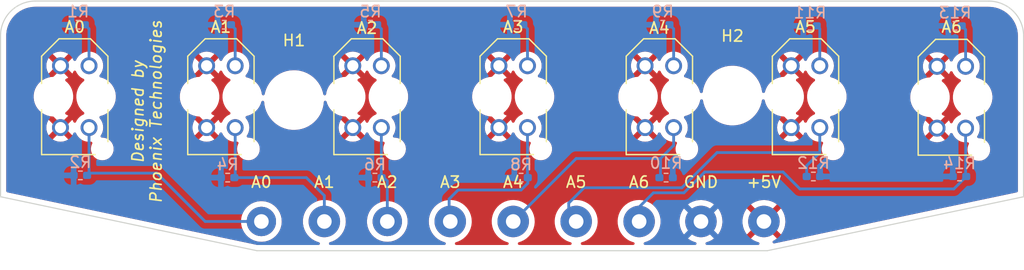
<source format=kicad_pcb>
(kicad_pcb (version 20211014) (generator pcbnew)
  (layers (0 "F.Cu" signal) (31 "B.Cu" signal) (34 "B.Paste" user) (35 "F.Paste" user) (36 "B.SilkS" user "B.Silkscreen") (37 "F.SilkS" user "F.Silkscreen") (38 "B.Mask" user) (39 "F.Mask" user) (44 "Edge.Cuts" user))
  (net 0 "")
  (net 1 "Net-(R1-Pad1)")
  (net 2 "Earth")
  (net 3 "A0")
  (net 4 "Net-(R3-Pad1)")
  (net 5 "A1")
  (net 6 "Net-(R5-Pad1)")
  (net 7 "A2")
  (net 8 "Net-(R7-Pad1)")
  (net 9 "A3")
  (net 10 "Net-(R9-Pad1)")
  (net 11 "A4")
  (net 12 "Net-(R11-Pad1)")
  (net 13 "A5")
  (net 14 "Net-(R13-Pad1)")
  (net 15 "A6")
  (net 16 "+5V")
  (net 17 "Net-(A0-PadCATH)")
  (net 18 "Net-(A1-PadCATH)")
  (net 19 "Net-(A2-PadCATH)")
  (net 20 "Net-(A3-PadCATH)")
  (net 21 "Net-(A4-PadCATH)")
  (net 22 "Net-(A5-PadCATH)")
  (net 23 "Net-(A6-PadCATH)")
  (footprint "MountingHole:MountingHole_4.3mm_M4" (layer "F.Cu") (at 95.1 72.6)
    (fp_text reference "H1" (at 0 -5.3) (layer "F.SilkS"))
    (fp_text value "MountingHole")
    (pad "" np_thru_hole circle (at 0 0) (size 4.3 4.3) (drill 4.3) (layers *.Cu *.Mask))
  )
  (footprint "MountingHole:MountingHole_2.5mm_Pad_TopBottom" (layer "F.Cu") (at 136.9 83.4)
    (fp_text reference "+5V" (at 0 -3.5) (layer "F.SilkS"))
    (fp_text value "MountingHole_Pad")
    (pad "1" thru_hole circle (at 0 0) (size 2.6 2.6) (drill 1.3) (layers *.Cu *.Mask) (net 16 "+5V"))
    (pad "1" connect circle (at 0 0) (size 2.8 2.8) (layers "F.Cu" "F.Mask") (net 16 "+5V"))
    (pad "1" connect circle (at 0 0) (size 2.8 2.8) (layers "B.Cu" "B.Mask") (net 16 "+5V"))
  )
  (footprint "MountingHole:MountingHole_2.5mm_Pad_TopBottom" (layer "F.Cu") (at 120.2 83.4)
    (fp_text reference "A5" (at 0 -3.5) (layer "F.SilkS"))
    (fp_text value "MountingHole_Pad")
    (pad "1" thru_hole circle (at 0 0) (size 2.6 2.6) (drill 1.3) (layers *.Cu *.Mask) (net 13 "A5"))
    (pad "1" connect circle (at 0 0) (size 2.8 2.8) (layers "B.Cu" "B.Mask") (net 13 "A5"))
    (pad "1" connect circle (at 0 0) (size 2.8 2.8) (layers "F.Cu" "F.Mask") (net 13 "A5"))
  )
  (footprint "MountingHole:MountingHole_2.5mm_Pad_TopBottom" (layer "F.Cu") (at 109 83.4)
    (fp_text reference "A3" (at 0 -3.5) (layer "F.SilkS"))
    (fp_text value "MountingHole_Pad")
    (pad "1" connect circle (at 0 0) (size 2.8 2.8) (layers "B.Cu" "B.Mask") (net 9 "A3"))
    (pad "1" thru_hole circle (at 0 0) (size 2.6 2.6) (drill 1.3) (layers *.Cu *.Mask) (net 9 "A3"))
    (pad "1" connect circle (at 0 0) (size 2.8 2.8) (layers "F.Cu" "F.Mask") (net 9 "A3"))
  )
  (footprint "MountingHole:MountingHole_2.5mm_Pad_TopBottom" (layer "F.Cu") (at 114.6 83.4)
    (fp_text reference "A4" (at 0 -3.5) (layer "F.SilkS"))
    (fp_text value "MountingHole_Pad")
    (pad "1" connect circle (at 0 0) (size 2.8 2.8) (layers "B.Cu" "B.Mask") (net 11 "A4"))
    (pad "1" connect circle (at 0 0) (size 2.8 2.8) (layers "F.Cu" "F.Mask") (net 11 "A4"))
    (pad "1" thru_hole circle (at 0 0) (size 2.6 2.6) (drill 1.3) (layers *.Cu *.Mask) (net 11 "A4"))
  )
  (footprint "MountingHole:MountingHole_2.5mm_Pad_TopBottom" (layer "F.Cu") (at 103.4 83.4)
    (fp_text reference "A2" (at 0 -3.5) (layer "F.SilkS"))
    (fp_text value "MountingHole_Pad")
    (pad "1" connect circle (at 0 0) (size 2.6 2.6) (layers "F.Cu" "F.Mask") (net 7 "A2"))
    (pad "1" thru_hole circle (at 0 0) (size 2.6 2.6) (drill 1.3) (layers *.Cu *.Mask) (net 7 "A2"))
    (pad "1" connect circle (at 0 0) (size 2.6 2.6) (layers "B.Cu" "B.Mask") (net 7 "A2"))
  )
  (footprint "TCRT5000:OPTO_TCRT5000" (layer "F.Cu") (at 140.6 72.3 90)
    (fp_text reference "A5" (at 6.2 0 180) (layer "F.SilkS") (effects (font (size 1.004126 1.004126))))
    (fp_text value "TCRT5000")
    (fp_line (start 3.6 -2.95) (end 5.15 -1.4) (layer "F.SilkS") (width 0.127))
    (fp_line (start 3.6 2.95) (end 5.15 1.4) (layer "F.SilkS") (width 0.127))
    (fp_line (start -5.15 1.8) (end -5.15 -2.95) (layer "F.SilkS") (width 0.127))
    (fp_line (start 3.6 -2.95) (end 1.17 -2.95) (layer "F.SilkS") (width 0.127))
    (fp_line (start 5.15 1.4) (end 5.15 -1.4) (layer "F.SilkS") (width 0.127))
    (fp_line (start 1.17 2.95) (end 3.6 2.95) (layer "F.SilkS") (width 0.127))
    (fp_line (start -4 2.95) (end -1.17 2.95) (layer "F.SilkS") (width 0.127))
    (fp_line (start -5.15 -2.95) (end -1.17 -2.95) (layer "F.SilkS") (width 0.127))
    (pad "" np_thru_hole circle (at 0 1.9 90) (size 2.5 2.5) (drill 2.5) (layers *.Cu *.Mask))
    (pad "" np_thru_hole circle (at 0 -1.9 90) (size 2.5 2.5) (drill 2.5) (layers *.Cu *.Mask))
    (pad "" np_thru_hole circle (at -4.65 2.45 90) (size 1 1) (drill 1) (layers *.Cu *.Mask))
    (pad "A" thru_hole circle (at 2.75 -1.27 90) (size 1.5 1.5) (drill 1) (layers *.Cu *.Mask) (net 16 "+5V"))
    (pad "CATH" thru_hole circle (at 2.75 1.27 90) (size 1.5 1.5) (drill 1) (layers *.Cu *.Mask) (net 12 "Net-(R11-Pad1)"))
    (pad "COLL" thru_hole circle (at -2.75 -1.27 90) (size 1.5 1.5) (drill 1) (layers *.Cu *.Mask) (net 16 "+5V"))
    (pad "E" thru_hole circle (at -2.75 1.27 90) (size 1.5 1.5) (drill 1) (layers *.Cu *.Mask) (net 13 "A5"))
  )
  (footprint "MountingHole:MountingHole_4.3mm_M4" (layer "F.Cu") (at 134.1 72.2)
    (fp_text reference "H2" (at 0 -5.3) (layer "F.SilkS"))
    (fp_text value "MountingHole")
    (pad "" np_thru_hole circle (at 0 0) (size 4.3 4.3) (drill 4.3) (layers *.Cu *.Mask))
  )
  (footprint "MountingHole:MountingHole_2.5mm_Pad_TopBottom" (layer "F.Cu") (at 125.8 83.4)
    (fp_text reference "A6" (at 0 -3.5) (layer "F.SilkS"))
    (fp_text value "MountingHole_Pad")
    (pad "1" connect circle (at 0 0) (size 2.8 2.8) (layers "F.Cu" "F.Mask") (net 15 "A6"))
    (pad "1" thru_hole circle (at 0 0) (size 2.6 2.6) (drill 1.3) (layers *.Cu *.Mask) (net 15 "A6"))
    (pad "1" connect circle (at 0 0) (size 2.8 2.8) (layers "B.Cu" "B.Mask") (net 15 "A6"))
  )
  (footprint "MountingHole:MountingHole_2.5mm_Pad_TopBottom" (layer "F.Cu") (at 97.8 83.4)
    (fp_text reference "A1" (at 0 -3.5) (layer "F.SilkS"))
    (fp_text value "MountingHole_Pad")
    (pad "1" connect circle (at 0 0) (size 2.8 2.8) (layers "B.Cu" "B.Mask") (net 5 "A1"))
    (pad "1" connect circle (at 0 0) (size 2.8 2.8) (layers "F.Cu" "F.Mask") (net 5 "A1"))
    (pad "1" thru_hole circle (at 0 0) (size 2.6 2.6) (drill 1.3) (layers *.Cu *.Mask) (net 5 "A1"))
  )
  (footprint "TCRT5000:OPTO_TCRT5000" (layer "F.Cu") (at 101.6 72.3 90)
    (fp_text reference "A2" (at 6.1 0 180) (layer "F.SilkS") (effects (font (size 1.004126 1.004126))))
    (fp_text value "TCRT5000")
    (fp_line (start -5.15 1.8) (end -5.15 -2.95) (layer "F.SilkS") (width 0.127))
    (fp_line (start 3.6 2.95) (end 5.15 1.4) (layer "F.SilkS") (width 0.127))
    (fp_line (start -5.15 -2.95) (end -1.17 -2.95) (layer "F.SilkS") (width 0.127))
    (fp_line (start -4 2.95) (end -1.17 2.95) (layer "F.SilkS") (width 0.127))
    (fp_line (start 1.17 2.95) (end 3.6 2.95) (layer "F.SilkS") (width 0.127))
    (fp_line (start 5.15 1.4) (end 5.15 -1.4) (layer "F.SilkS") (width 0.127))
    (fp_line (start 3.6 -2.95) (end 5.15 -1.4) (layer "F.SilkS") (width 0.127))
    (fp_line (start 3.6 -2.95) (end 1.17 -2.95) (layer "F.SilkS") (width 0.127))
    (pad "" np_thru_hole circle (at 0 -1.9 90) (size 2.5 2.5) (drill 2.5) (layers *.Cu *.Mask))
    (pad "" np_thru_hole circle (at 0 1.9 90) (size 2.5 2.5) (drill 2.5) (layers *.Cu *.Mask))
    (pad "" np_thru_hole circle (at -4.65 2.45 90) (size 1 1) (drill 1) (layers *.Cu *.Mask))
    (pad "A" thru_hole circle (at 2.75 -1.27 90) (size 1.5 1.5) (drill 1) (layers *.Cu *.Mask) (net 16 "+5V"))
    (pad "CATH" thru_hole circle (at 2.75 1.27 90) (size 1.5 1.5) (drill 1) (layers *.Cu *.Mask) (net 6 "Net-(R5-Pad1)"))
    (pad "COLL" thru_hole circle (at -2.75 -1.27 90) (size 1.5 1.5) (drill 1) (layers *.Cu *.Mask) (net 16 "+5V"))
    (pad "E" thru_hole circle (at -2.75 1.27 90) (size 1.5 1.5) (drill 1) (layers *.Cu *.Mask) (net 7 "A2"))
  )
  (footprint "TCRT5000:OPTO_TCRT5000" (layer "F.Cu") (at 75.6 72.3 90)
    (fp_text reference "A0" (at 6.2 0 180) (layer "F.SilkS") (effects (font (size 1.004126 1.004126))))
    (fp_text value "TCRT5000")
    (fp_line (start 1.17 2.95) (end 3.6 2.95) (layer "F.SilkS") (width 0.127))
    (fp_line (start -5.15 -2.95) (end -1.17 -2.95) (layer "F.SilkS") (width 0.127))
    (fp_line (start 5.15 1.4) (end 5.15 -1.4) (layer "F.SilkS") (width 0.127))
    (fp_line (start 3.6 -2.95) (end 1.17 -2.95) (layer "F.SilkS") (width 0.127))
    (fp_line (start -5.15 1.8) (end -5.15 -2.95) (layer "F.SilkS") (width 0.127))
    (fp_line (start -4 2.95) (end -1.17 2.95) (layer "F.SilkS") (width 0.127))
    (fp_line (start 3.6 2.95) (end 5.15 1.4) (layer "F.SilkS") (width 0.127))
    (fp_line (start 3.6 -2.95) (end 5.15 -1.4) (layer "F.SilkS") (width 0.127))
    (pad "" np_thru_hole circle (at -4.65 2.45 90) (size 1 1) (drill 1) (layers *.Cu *.Mask))
    (pad "" np_thru_hole circle (at 0 -1.9 90) (size 2.5 2.5) (drill 2.5) (layers *.Cu *.Mask))
    (pad "" np_thru_hole circle (at 0 1.9 90) (size 2.5 2.5) (drill 2.5) (layers *.Cu *.Mask))
    (pad "A" thru_hole circle (at 2.75 -1.27 90) (size 1.5 1.5) (drill 1) (layers *.Cu *.Mask) (net 16 "+5V"))
    (pad "CATH" thru_hole circle (at 2.75 1.27 90) (size 1.5 1.5) (drill 1) (layers *.Cu *.Mask) (net 1 "Net-(R1-Pad1)"))
    (pad "COLL" thru_hole circle (at -2.75 -1.27 90) (size 1.5 1.5) (drill 1) (layers *.Cu *.Mask) (net 16 "+5V"))
    (pad "E" thru_hole circle (at -2.75 1.27 90) (size 1.5 1.5) (drill 1) (layers *.Cu *.Mask) (net 3 "A0"))
  )
  (footprint "TCRT5000:OPTO_TCRT5000" (layer "F.Cu") (at 153.57 72.35 90)
    (fp_text reference "A6" (at 6.25 0.03 180) (layer "F.SilkS") (effects (font (size 1.004126 1.004126))))
    (fp_text value "TCRT5000")
    (fp_line (start -5.15 1.8) (end -5.15 -2.95) (layer "F.SilkS") (width 0.127))
    (fp_line (start 5.15 1.4) (end 5.15 -1.4) (layer "F.SilkS") (width 0.127))
    (fp_line (start -4 2.95) (end -1.17 2.95) (layer "F.SilkS") (width 0.127))
    (fp_line (start -5.15 -2.95) (end -1.17 -2.95) (layer "F.SilkS") (width 0.127))
    (fp_line (start 3.6 2.95) (end 5.15 1.4) (layer "F.SilkS") (width 0.127))
    (fp_line (start 3.6 -2.95) (end 5.15 -1.4) (layer "F.SilkS") (width 0.127))
    (fp_line (start 3.6 -2.95) (end 1.17 -2.95) (layer "F.SilkS") (width 0.127))
    (fp_line (start 1.17 2.95) (end 3.6 2.95) (layer "F.SilkS") (width 0.127))
    (pad "" np_thru_hole circle (at 0 -1.9 90) (size 2.5 2.5) (drill 2.5) (layers *.Cu *.Mask))
    (pad "" np_thru_hole circle (at 0 1.9 90) (size 2.5 2.5) (drill 2.5) (layers *.Cu *.Mask))
    (pad "" np_thru_hole circle (at -4.65 2.45 90) (size 1 1) (drill 1) (layers *.Cu *.Mask))
    (pad "A" thru_hole circle (at 2.75 -1.27 90) (size 1.5 1.5) (drill 1) (layers *.Cu *.Mask) (net 16 "+5V"))
    (pad "CATH" thru_hole circle (at 2.75 1.27 90) (size 1.5 1.5) (drill 1) (layers *.Cu *.Mask) (net 14 "Net-(R13-Pad1)"))
    (pad "COLL" thru_hole circle (at -2.75 -1.27 90) (size 1.5 1.5) (drill 1) (layers *.Cu *.Mask) (net 16 "+5V"))
    (pad "E" thru_hole circle (at -2.75 1.27 90) (size 1.5 1.5) (drill 1) (layers *.Cu *.Mask) (net 15 "A6"))
  )
  (footprint "TCRT5000:OPTO_TCRT5000" (layer "F.Cu") (at 88.6 72.3 90)
    (fp_text reference "A1" (at 6.2 0 180) (layer "F.SilkS") (effects (font (size 1.004126 1.004126))))
    (fp_text value "TCRT5000")
    (fp_line (start -4 2.95) (end -1.17 2.95) (layer "F.SilkS") (width 0.127))
    (fp_line (start 5.15 1.4) (end 5.15 -1.4) (layer "F.SilkS") (width 0.127))
    (fp_line (start 3.6 -2.95) (end 5.15 -1.4) (layer "F.SilkS") (width 0.127))
    (fp_line (start 3.6 2.95) (end 5.15 1.4) (layer "F.SilkS") (width 0.127))
    (fp_line (start -5.15 -2.95) (end -1.17 -2.95) (layer "F.SilkS") (width 0.127))
    (fp_line (start 3.6 -2.95) (end 1.17 -2.95) (layer "F.SilkS") (width 0.127))
    (fp_line (start 1.17 2.95) (end 3.6 2.95) (layer "F.SilkS") (width 0.127))
    (fp_line (start -5.15 1.8) (end -5.15 -2.95) (layer "F.SilkS") (width 0.127))
    (pad "" np_thru_hole circle (at 0 1.9 90) (size 2.5 2.5) (drill 2.5) (layers *.Cu *.Mask))
    (pad "" np_thru_hole circle (at -4.65 2.45 90) (size 1 1) (drill 1) (layers *.Cu *.Mask))
    (pad "" np_thru_hole circle (at 0 -1.9 90) (size 2.5 2.5) (drill 2.5) (layers *.Cu *.Mask))
    (pad "A" thru_hole circle (at 2.75 -1.27 90) (size 1.5 1.5) (drill 1) (layers *.Cu *.Mask) (net 16 "+5V"))
    (pad "CATH" thru_hole circle (at 2.75 1.27 90) (size 1.5 1.5) (drill 1) (layers *.Cu *.Mask) (net 4 "Net-(R3-Pad1)"))
    (pad "COLL" thru_hole circle (at -2.75 -1.27 90) (size 1.5 1.5) (drill 1) (layers *.Cu *.Mask) (net 16 "+5V"))
    (pad "E" thru_hole circle (at -2.75 1.27 90) (size 1.5 1.5) (drill 1) (layers *.Cu *.Mask) (net 5 "A1"))
  )
  (footprint "TCRT5000:OPTO_TCRT5000" (layer "F.Cu") (at 114.6 72.3 90)
    (fp_text reference "A3" (at 6.2 0 180) (layer "F.SilkS") (effects (font (size 1.004126 1.004126))))
    (fp_text value "TCRT5000")
    (fp_line (start -4 2.95) (end -1.17 2.95) (layer "F.SilkS") (width 0.127))
    (fp_line (start -5.15 -2.95) (end -1.17 -2.95) (layer "F.SilkS") (width 0.127))
    (fp_line (start -5.15 1.8) (end -5.15 -2.95) (layer "F.SilkS") (width 0.127))
    (fp_line (start 5.15 1.4) (end 5.15 -1.4) (layer "F.SilkS") (width 0.127))
    (fp_line (start 3.6 -2.95) (end 1.17 -2.95) (layer "F.SilkS") (width 0.127))
    (fp_line (start 3.6 -2.95) (end 5.15 -1.4) (layer "F.SilkS") (width 0.127))
    (fp_line (start 1.17 2.95) (end 3.6 2.95) (layer "F.SilkS") (width 0.127))
    (fp_line (start 3.6 2.95) (end 5.15 1.4) (layer "F.SilkS") (width 0.127))
    (pad "" np_thru_hole circle (at -4.65 2.45 90) (size 1 1) (drill 1) (layers *.Cu *.Mask))
    (pad "" np_thru_hole circle (at 0 1.9 90) (size 2.5 2.5) (drill 2.5) (layers *.Cu *.Mask))
    (pad "" np_thru_hole circle (at 0 -1.9 90) (size 2.5 2.5) (drill 2.5) (layers *.Cu *.Mask))
    (pad "A" thru_hole circle (at 2.75 -1.27 90) (size 1.5 1.5) (drill 1) (layers *.Cu *.Mask) (net 16 "+5V"))
    (pad "CATH" thru_hole circle (at 2.75 1.27 90) (size 1.5 1.5) (drill 1) (layers *.Cu *.Mask) (net 8 "Net-(R7-Pad1)"))
    (pad "COLL" thru_hole circle (at -2.75 -1.27 90) (size 1.5 1.5) (drill 1) (layers *.Cu *.Mask) (net 16 "+5V"))
    (pad "E" thru_hole circle (at -2.75 1.27 90) (size 1.5 1.5) (drill 1) (layers *.Cu *.Mask) (net 9 "A3"))
  )
  (footprint "MountingHole:MountingHole_2.5mm_Pad_TopBottom" (layer "F.Cu") (at 92.2 83.4)
    (fp_text reference "A0" (at 0 -3.5) (layer "F.SilkS"))
    (fp_text value "MountingHole_Pad")
    (pad "1" connect circle (at 0 0) (size 2.6 2.6) (layers "F.Cu" "F.Mask") (net 3 "A0"))
    (pad "1" thru_hole circle (at 0 0) (size 2.6 2.6) (drill 1.3) (layers *.Cu *.Mask) (net 3 "A0"))
    (pad "1" connect circle (at 0 0) (size 2.6 2.6) (layers "B.Cu" "B.Mask") (net 3 "A0"))
  )
  (footprint "TCRT5000:OPTO_TCRT5000" (layer "F.Cu") (at 127.6 72.3 90)
    (fp_text reference "A4" (at 6.1 0 180) (layer "F.SilkS") (effects (font (size 1.004126 1.004126))))
    (fp_text value "TCRT5000")
    (fp_line (start -5.15 -2.95) (end -1.17 -2.95) (layer "F.SilkS") (width 0.127))
    (fp_line (start -5.15 1.8) (end -5.15 -2.95) (layer "F.SilkS") (width 0.127))
    (fp_line (start 5.15 1.4) (end 5.15 -1.4) (layer "F.SilkS") (width 0.127))
    (fp_line (start 1.17 2.95) (end 3.6 2.95) (layer "F.SilkS") (width 0.127))
    (fp_line (start 3.6 2.95) (end 5.15 1.4) (layer "F.SilkS") (width 0.127))
    (fp_line (start -4 2.95) (end -1.17 2.95) (layer "F.SilkS") (width 0.127))
    (fp_line (start 3.6 -2.95) (end 1.17 -2.95) (layer "F.SilkS") (width 0.127))
    (fp_line (start 3.6 -2.95) (end 5.15 -1.4) (layer "F.SilkS") (width 0.127))
    (pad "" np_thru_hole circle (at 0 -1.9 90) (size 2.5 2.5) (drill 2.5) (layers *.Cu *.Mask))
    (pad "" np_thru_hole circle (at -4.65 2.45 90) (size 1 1) (drill 1) (layers *.Cu *.Mask))
    (pad "" np_thru_hole circle (at 0 1.9 90) (size 2.5 2.5) (drill 2.5) (layers *.Cu *.Mask))
    (pad "A" thru_hole circle (at 2.75 -1.27 90) (size 1.5 1.5) (drill 1) (layers *.Cu *.Mask) (net 16 "+5V"))
    (pad "CATH" thru_hole circle (at 2.75 1.27 90) (size 1.5 1.5) (drill 1) (layers *.Cu *.Mask) (net 10 "Net-(R9-Pad1)"))
    (pad "COLL" thru_hole circle (at -2.75 -1.27 90) (size 1.5 1.5) (drill 1) (layers *.Cu *.Mask) (net 16 "+5V"))
    (pad "E" thru_hole circle (at -2.75 1.27 90) (size 1.5 1.5) (drill 1) (layers *.Cu *.Mask) (net 11 "A4"))
  )
  (footprint "MountingHole:MountingHole_2.5mm_Pad_TopBottom" (layer "F.Cu") (at 131.3 83.4)
    (fp_text reference "GND" (at 0 -3.5) (layer "F.SilkS"))
    (fp_text value "MountingHole_Pad")
    (pad "1" connect circle (at 0 0) (size 2.8 2.8) (layers "F.Cu" "F.Mask") (net 2 "Earth"))
    (pad "1" thru_hole circle (at 0 0) (size 2.6 2.6) (drill 1.3) (layers *.Cu *.Mask) (net 2 "Earth"))
    (pad "1" connect circle (at 0 0) (size 2.8 2.8) (layers "B.Cu" "B.Mask") (net 2 "Earth"))
  )
  (footprint "Resistor_SMD:R_0402_1005Metric_Pad0.72x0.64mm_HandSolder" (layer "B.Cu") (at 141.0025 66 180)
    (fp_text reference "R11" (at 0 1.17) (layer "B.SilkS") (effects (justify mirror)))
    (fp_text value "220")
    (fp_line (start -0.167621 0.38) (end 0.167621 0.38) (layer "B.SilkS") (width 0.12))
    (fp_line (start -0.167621 -0.38) (end 0.167621 -0.38) (layer "B.SilkS") (width 0.12))
    (pad "1" smd roundrect (at -0.5975 0 180) (size 0.715 0.64) (layers "B.Cu" "B.Paste" "B.Mask") (net 22 "Net-(A5-PadCATH)"))
    (pad "2" smd roundrect (at 0.5975 0 180) (size 0.715 0.64) (layers "B.Cu" "B.Paste" "B.Mask") (net 2 "Earth"))
  )
  (footprint "Resistor_SMD:R_0402_1005Metric_Pad0.72x0.64mm_HandSolder" (layer "B.Cu") (at 76.1 79.3 180)
    (fp_text reference "R2" (at 0 1.17) (layer "B.SilkS") (effects (justify mirror)))
    (fp_text value "10k")
    (fp_line (start -0.167621 0.38) (end 0.167621 0.38) (layer "B.SilkS") (width 0.12))
    (fp_line (start -0.167621 -0.38) (end 0.167621 -0.38) (layer "B.SilkS") (width 0.12))
    (pad "1" smd roundrect (at -0.5975 0 180) (size 0.715 0.64) (layers "B.Cu" "B.Paste" "B.Mask") (net 3 "A0"))
    (pad "2" smd roundrect (at 0.5975 0 180) (size 0.715 0.64) (layers "B.Cu" "B.Paste" "B.Mask") (net 2 "Earth"))
  )
  (footprint "Resistor_SMD:R_0402_1005Metric_Pad0.72x0.64mm_HandSolder" (layer "B.Cu") (at 101.9025 65.9 180)
    (fp_text reference "R5" (at 0 1.17) (layer "B.SilkS") (effects (justify mirror)))
    (fp_text value "220")
    (fp_line (start -0.167621 0.38) (end 0.167621 0.38) (layer "B.SilkS") (width 0.12))
    (fp_line (start -0.167621 -0.38) (end 0.167621 -0.38) (layer "B.SilkS") (width 0.12))
    (pad "1" smd roundrect (at -0.5975 0 180) (size 0.715 0.64) (layers "B.Cu" "B.Paste" "B.Mask") (net 19 "Net-(A2-PadCATH)"))
    (pad "2" smd roundrect (at 0.5975 0 180) (size 0.715 0.64) (layers "B.Cu" "B.Paste" "B.Mask") (net 2 "Earth"))
  )
  (footprint "Resistor_SMD:R_0402_1005Metric_Pad0.72x0.64mm_HandSolder" (layer "B.Cu") (at 153.9025 66 180)
    (fp_text reference "R13" (at 0 1.17) (layer "B.SilkS") (effects (justify mirror)))
    (fp_text value "220")
    (fp_line (start -0.167621 -0.38) (end 0.167621 -0.38) (layer "B.SilkS") (width 0.12))
    (fp_line (start -0.167621 0.38) (end 0.167621 0.38) (layer "B.SilkS") (width 0.12))
    (pad "1" smd roundrect (at -0.5975 0 180) (size 0.715 0.64) (layers "B.Cu" "B.Paste" "B.Mask") (net 23 "Net-(A6-PadCATH)"))
    (pad "2" smd roundrect (at 0.5975 0 180) (size 0.715 0.64) (layers "B.Cu" "B.Paste" "B.Mask") (net 2 "Earth"))
  )
  (footprint "Resistor_SMD:R_0402_1005Metric_Pad0.72x0.64mm_HandSolder" (layer "B.Cu") (at 114.9025 65.9 180)
    (fp_text reference "R7" (at 0 1.17) (layer "B.SilkS") (effects (justify mirror)))
    (fp_text value "220")
    (fp_line (start -0.167621 -0.38) (end 0.167621 -0.38) (layer "B.SilkS") (width 0.12))
    (fp_line (start -0.167621 0.38) (end 0.167621 0.38) (layer "B.SilkS") (width 0.12))
    (pad "1" smd roundrect (at -0.5975 0 180) (size 0.715 0.64) (layers "B.Cu" "B.Paste" "B.Mask") (net 20 "Net-(A3-PadCATH)"))
    (pad "2" smd roundrect (at 0.5975 0 180) (size 0.715 0.64) (layers "B.Cu" "B.Paste" "B.Mask") (net 2 "Earth"))
  )
  (footprint "Resistor_SMD:R_0402_1005Metric_Pad0.72x0.64mm_HandSolder" (layer "B.Cu") (at 89.2 79.5 180)
    (fp_text reference "R4" (at 0 1.17) (layer "B.SilkS") (effects (justify mirror)))
    (fp_text value "10k")
    (fp_line (start -0.167621 -0.38) (end 0.167621 -0.38) (layer "B.SilkS") (width 0.12))
    (fp_line (start -0.167621 0.38) (end 0.167621 0.38) (layer "B.SilkS") (width 0.12))
    (pad "1" smd roundrect (at -0.5975 0 180) (size 0.715 0.64) (layers "B.Cu" "B.Paste" "B.Mask") (net 5 "A1"))
    (pad "2" smd roundrect (at 0.5975 0 180) (size 0.715 0.64) (layers "B.Cu" "B.Paste" "B.Mask") (net 2 "Earth"))
  )
  (footprint "Resistor_SMD:R_0402_1005Metric_Pad0.72x0.64mm_HandSolder" (layer "B.Cu") (at 75.9025 65.9 180)
    (fp_text reference "R1" (at 0 1.17) (layer "B.SilkS") (effects (justify mirror)))
    (fp_text value "220")
    (fp_line (start -0.167621 -0.38) (end 0.167621 -0.38) (layer "B.SilkS") (width 0.12))
    (fp_line (start -0.167621 0.38) (end 0.167621 0.38) (layer "B.SilkS") (width 0.12))
    (pad "1" smd roundrect (at -0.5975 0 180) (size 0.715 0.64) (layers "B.Cu" "B.Paste" "B.Mask") (net 17 "Net-(A0-PadCATH)"))
    (pad "2" smd roundrect (at 0.5975 0 180) (size 0.715 0.64) (layers "B.Cu" "B.Paste" "B.Mask") (net 2 "Earth"))
  )
  (footprint "Resistor_SMD:R_0402_1005Metric_Pad0.72x0.64mm_HandSolder" (layer "B.Cu") (at 115.3 79.5 180)
    (fp_text reference "R8" (at 0 1.17) (layer "B.SilkS") (effects (justify mirror)))
    (fp_text value "10k")
    (fp_line (start -0.167621 -0.38) (end 0.167621 -0.38) (layer "B.SilkS") (width 0.12))
    (fp_line (start -0.167621 0.38) (end 0.167621 0.38) (layer "B.SilkS") (width 0.12))
    (pad "1" smd roundrect (at -0.5975 0 180) (size 0.715 0.64) (layers "B.Cu" "B.Paste" "B.Mask") (net 9 "A3"))
    (pad "2" smd roundrect (at 0.5975 0 180) (size 0.715 0.64) (layers "B.Cu" "B.Paste" "B.Mask") (net 2 "Earth"))
  )
  (footprint "Resistor_SMD:R_0402_1005Metric_Pad0.72x0.64mm_HandSolder" (layer "B.Cu") (at 127.9025 65.9 180)
    (fp_text reference "R9" (at 0 1.17) (layer "B.SilkS") (effects (justify mirror)))
    (fp_text value "220")
    (fp_line (start -0.167621 -0.38) (end 0.167621 -0.38) (layer "B.SilkS") (width 0.12))
    (fp_line (start -0.167621 0.38) (end 0.167621 0.38) (layer "B.SilkS") (width 0.12))
    (pad "1" smd roundrect (at -0.5975 0 180) (size 0.715 0.64) (layers "B.Cu" "B.Paste" "B.Mask") (net 21 "Net-(A4-PadCATH)"))
    (pad "2" smd roundrect (at 0.5975 0 180) (size 0.715 0.64) (layers "B.Cu" "B.Paste" "B.Mask") (net 2 "Earth"))
  )
  (footprint "Resistor_SMD:R_0402_1005Metric_Pad0.72x0.64mm_HandSolder" (layer "B.Cu") (at 102.3 79.5 180)
    (fp_text reference "R6" (at 0 1.17) (layer "B.SilkS") (effects (justify mirror)))
    (fp_text value "10k")
    (fp_line (start -0.167621 -0.38) (end 0.167621 -0.38) (layer "B.SilkS") (width 0.12))
    (fp_line (start -0.167621 0.38) (end 0.167621 0.38) (layer "B.SilkS") (width 0.12))
    (pad "1" smd roundrect (at -0.5975 0 180) (size 0.715 0.64) (layers "B.Cu" "B.Paste" "B.Mask") (net 7 "A2"))
    (pad "2" smd roundrect (at 0.5975 0 180) (size 0.715 0.64) (layers "B.Cu" "B.Paste" "B.Mask") (net 2 "Earth"))
  )
  (footprint "Resistor_SMD:R_0402_1005Metric_Pad0.72x0.64mm_HandSolder" (layer "B.Cu") (at 88.9025 65.9 180)
    (fp_text reference "R3" (at 0 1.17) (layer "B.SilkS") (effects (justify mirror)))
    (fp_text value "220")
    (fp_line (start -0.167621 -0.38) (end 0.167621 -0.38) (layer "B.SilkS") (width 0.12))
    (fp_line (start -0.167621 0.38) (end 0.167621 0.38) (layer "B.SilkS") (width 0.12))
    (pad "1" smd roundrect (at -0.5975 0 180) (size 0.715 0.64) (layers "B.Cu" "B.Paste" "B.Mask") (net 18 "Net-(A1-PadCATH)"))
    (pad "2" smd roundrect (at 0.5975 0 180) (size 0.715 0.64) (layers "B.Cu" "B.Paste" "B.Mask") (net 2 "Earth"))
  )
  (footprint "Resistor_SMD:R_0402_1005Metric_Pad0.72x0.64mm_HandSolder" (layer "B.Cu") (at 128.2 79.5)
    (fp_text reference "R10" (at 0 -1.3) (layer "B.SilkS") (effects (justify mirror)))
    (fp_text value "10k")
    (fp_line (start -0.167621 0.38) (end 0.167621 0.38) (layer "B.SilkS") (width 0.12))
    (fp_line (start -0.167621 -0.38) (end 0.167621 -0.38) (layer "B.SilkS") (width 0.12))
    (pad "1" smd roundrect (at -0.5975 0) (size 0.715 0.64) (layers "B.Cu" "B.Paste" "B.Mask") (net 11 "A4"))
    (pad "2" smd roundrect (at 0.5975 0) (size 0.715 0.64) (layers "B.Cu" "B.Paste" "B.Mask") (net 2 "Earth"))
  )
  (footprint "Resistor_SMD:R_0402_1005Metric_Pad0.72x0.64mm_HandSolder" (layer "B.Cu") (at 154.3 79.4 180)
    (fp_text reference "R14" (at 0 1.17) (layer "B.SilkS") (effects (justify mirror)))
    (fp_text value "10k")
    (fp_line (start -0.167621 -0.38) (end 0.167621 -0.38) (layer "B.SilkS") (width 0.12))
    (fp_line (start -0.167621 0.38) (end 0.167621 0.38) (layer "B.SilkS") (width 0.12))
    (pad "1" smd roundrect (at -0.5975 0 180) (size 0.715 0.64) (layers "B.Cu" "B.Paste" "B.Mask") (net 15 "A6"))
    (pad "2" smd roundrect (at 0.5975 0 180) (size 0.715 0.64) (layers "B.Cu" "B.Paste" "B.Mask") (net 2 "Earth"))
  )
  (footprint "Resistor_SMD:R_0402_1005Metric_Pad0.72x0.64mm_HandSolder" (layer "B.Cu") (at 141.3 79.4)
    (fp_text reference "R12" (at 0 -1.2) (layer "B.SilkS") (effects (justify mirror)))
    (fp_text value "10k")
    (fp_line (start -0.167621 0.38) (end 0.167621 0.38) (layer "B.SilkS") (width 0.12))
    (fp_line (start -0.167621 -0.38) (end 0.167621 -0.38) (layer "B.SilkS") (width 0.12))
    (pad "1" smd roundrect (at -0.5975 0) (size 0.715 0.64) (layers "B.Cu" "B.Paste" "B.Mask") (net 13 "A5"))
    (pad "2" smd roundrect (at 0.5975 0) (size 0.715 0.64) (layers "B.Cu" "B.Paste" "B.Mask") (net 2 "Earth"))
  )
  (gr_arc (start 69.000001 66.7) (mid 69.975299 64.633805) (end 72.1 63.793556) (layer "Edge.Cuts") (width 0.1))
  (gr_line (start 69 81.2) (end 91.8 86) (layer "Edge.Cuts") (width 0.1))
  (gr_line (start 137.2 86) (end 160 81.2) (layer "Edge.Cuts") (width 0.1))
  (gr_line (start 160 66.9) (end 160 81.2) (layer "Edge.Cuts") (width 0.1))
  (gr_line (start 91.8 86) (end 137.2 86) (layer "Edge.Cuts") (width 0.1))
  (gr_line (start 156.9 63.8) (end 72.1 63.793556) (layer "Edge.Cuts") (width 0.1))
  (gr_line (start 69 81.2) (end 69.000001 66.7) (layer "Edge.Cuts") (width 0.1))
  (gr_arc (start 156.9 63.8) (mid 159.092031 64.707969) (end 160 66.9) (layer "Edge.Cuts") (width 0.1))
  (gr_text "Designed by\nPhoenix Technologies\n" (at 82.025 73.625 90) (layer "F.SilkS") (effects (font (size 1 1) (thickness 0.15) italic)))
  (segment (start 141.87 79.3725) (end 141.8975 79.4) (width 0.25) (layer "B.Cu") (net 2))
  (segment (start 76.8975 79.1) (end 82.9 79.1) (width 0.25) (layer "B.Cu") (net 3))
  (segment (start 76.6975 79.3) (end 76.8975 79.1) (width 0.25) (layer "B.Cu") (net 3))
  (segment (start 82.9 79.1) (end 87.2 83.4) (width 0.25) (layer "B.Cu") (net 3))
  (segment (start 87.2 83.4) (end 92.2 83.4) (width 0.25) (layer "B.Cu") (net 3))
  (segment (start 76.87 75.05) (end 76.87 79.1275) (width 0.25) (layer "B.Cu") (net 3))
  (segment (start 76.87 79.1275) (end 76.6975 79.3) (width 0.25) (layer "B.Cu") (net 3))
  (segment (start 89.87 79.4275) (end 89.7975 79.5) (width 0.25) (layer "B.Cu") (net 5))
  (segment (start 97.8 83.4) (end 97.8 81.1) (width 0.25) (layer "B.Cu") (net 5))
  (segment (start 97.8 81.1) (end 96.2 79.5) (width 0.25) (layer "B.Cu") (net 5))
  (segment (start 89.87 75.05) (end 89.87 79.4275) (width 0.25) (layer "B.Cu") (net 5))
  (segment (start 96.2 79.5) (end 89.7975 79.5) (width 0.25) (layer "B.Cu") (net 5))
  (segment (start 103.1 79.5) (end 103.4 79.8) (width 0.25) (layer "B.Cu") (net 7))
  (segment (start 102.87 79.4725) (end 102.8975 79.5) (width 0.25) (layer "B.Cu") (net 7))
  (segment (start 102.8975 79.5) (end 103.1 79.5) (width 0.25) (layer "B.Cu") (net 7))
  (segment (start 102.87 75.05) (end 102.87 79.4725) (width 0.25) (layer "B.Cu") (net 7))
  (segment (start 103.4 79.8) (end 103.4 83.4) (width 0.25) (layer "B.Cu") (net 7))
  (segment (start 108.9 81.4) (end 108.9 83.3) (width 0.25) (layer "B.Cu") (net 9))
  (segment (start 115.87 75.05) (end 115.87 78.17) (width 0.25) (layer "B.Cu") (net 9))
  (segment (start 115.87 79.4725) (end 115.8975 79.5) (width 0.25) (layer "B.Cu") (net 9))
  (segment (start 109.7 80.6) (end 108.9 81.4) (width 0.25) (layer "B.Cu") (net 9))
  (segment (start 108.9 83.3) (end 109 83.4) (width 0.25) (layer "B.Cu") (net 9))
  (segment (start 115.8975 79.5) (end 115.8975 80.0025) (width 0.25) (layer "B.Cu") (net 9))
  (segment (start 115.3 80.6) (end 109.7 80.6) (width 0.25) (layer "B.Cu") (net 9))
  (segment (start 115.8975 80.0025) (end 115.3 80.6) (width 0.25) (layer "B.Cu") (net 9))
  (segment (start 115.87 78.17) (end 115.87 79.4725) (width 0.25) (layer "B.Cu") (net 9))
  (segment (start 127.7 77.8) (end 128.87 76.63) (width 0.25) (layer "B.Cu") (net 11))
  (segment (start 127.6025 79.5) (end 127.7 79.4025) (width 0.25) (layer "B.Cu") (net 11))
  (segment (start 127.7 79.4025) (end 127.7 77.8) (width 0.25) (layer "B.Cu") (net 11))
  (segment (start 114.6 83.4) (end 120.2 77.8) (width 0.25) (layer "B.Cu") (net 11))
  (segment (start 128.87 76.63) (end 128.87 75.05) (width 0.25) (layer "B.Cu") (net 11))
  (segment (start 120.2 77.8) (end 127.7 77.8) (width 0.25) (layer "B.Cu") (net 11))
  (segment (start 140.7025 79.4) (end 140.7025 78.4375) (width 0.25) (layer "B.Cu") (net 13))
  (segment (start 129.6 80.4) (end 132.73 77.27) (width 0.25) (layer "B.Cu") (net 13))
  (segment (start 132.73 77.27) (end 141.87 77.27) (width 0.25) (layer "B.Cu") (net 13))
  (segment (start 120.9 80.4) (end 129.6 80.4) (width 0.25) (layer "B.Cu") (net 13))
  (segment (start 140.7025 78.4375) (end 141.87 77.27) (width 0.25) (layer "B.Cu") (net 13))
  (segment (start 141.87 75.05) (end 141.87 77.27) (width 0.25) (layer "B.Cu") (net 13))
  (segment (start 119.54 83.3) (end 119.54 81.76) (width 0.25) (layer "B.Cu") (net 13))
  (segment (start 119.54 81.76) (end 120.9 80.4) (width 0.25) (layer "B.Cu") (net 13))
  (segment (start 138.6 79) (end 140.1025 80.5025) (width 0.25) (layer "B.Cu") (net 15))
  (segment (start 153.795 80.5025) (end 154.8975 79.4) (width 0.25) (layer "B.Cu") (net 15))
  (segment (start 124.62 83.3) (end 127.07 80.85) (width 0.25) (layer "B.Cu") (net 15))
  (segment (start 140.1025 80.5025) (end 153.795 80.5025) (width 0.25) (layer "B.Cu") (net 15))
  (segment (start 154.84 79.3425) (end 154.8975 79.4) (width 0.25) (layer "B.Cu") (net 15))
  (segment (start 154.84 75.1) (end 154.84 79.3425) (width 0.25) (layer "B.Cu") (net 15))
  (segment (start 127.07 80.85) (end 129.786396 80.85) (width 0.25) (layer "B.Cu") (net 15))
  (segment (start 129.786396 80.85) (end 131.636396 79) (width 0.25) (layer "B.Cu") (net 15))
  (segment (start 131.636396 79) (end 138.6 79) (width 0.25) (layer "B.Cu") (net 15))
  (segment (start 76.87 66.27) (end 76.5 65.9) (width 0.25) (layer "B.Cu") (net 17))
  (segment (start 76.87 69.55) (end 76.87 66.27) (width 0.25) (layer "B.Cu") (net 17))
  (segment (start 89.87 66.27) (end 89.5 65.9) (width 0.25) (layer "B.Cu") (net 18))
  (segment (start 89.87 69.55) (end 89.87 66.27) (width 0.25) (layer "B.Cu") (net 18))
  (segment (start 102.87 66.27) (end 102.5 65.9) (width 0.25) (layer "B.Cu") (net 19))
  (segment (start 102.87 69.55) (end 102.87 66.27) (width 0.25) (layer "B.Cu") (net 19))
  (segment (start 115.87 66.27) (end 115.5 65.9) (width 0.25) (layer "B.Cu") (net 20))
  (segment (start 115.87 69.55) (end 115.87 66.27) (width 0.25) (layer "B.Cu") (net 20))
  (segment (start 128.87 66.27) (end 128.5 65.9) (width 0.25) (layer "B.Cu") (net 21))
  (segment (start 128.87 69.55) (end 128.87 66.27) (width 0.25) (layer "B.Cu") (net 21))
  (segment (start 141.87 69.55) (end 141.87 66.27) (width 0.25) (layer "B.Cu") (net 22))
  (segment (start 141.87 66.27) (end 141.6 66) (width 0.25) (layer "B.Cu") (net 22))
  (segment (start 154.84 69.6) (end 154.84 66.34) (width 0.25) (layer "B.Cu") (net 23))
  (segment (start 154.84 66.34) (end 154.5 66) (width 0.25) (layer "B.Cu") (net 23))
  (zone (net 16) (net_name "+5V") (layer "F.Cu") (connect_pads (clearance 0.508)) (min_thickness 0.254) (fill yes (thermal_gap 0.508) (thermal_bridge_width 0.508))
    (polygon (pts (xy 160 63.8) (xy 160 81.2) (xy 137.2 86) (xy 91.8 86) (xy 69 81.2) (xy 69 63.7)))
  )
  (zone (net 2) (net_name "Earth") (layer "B.Cu") (connect_pads (clearance 0.508)) (min_thickness 0.254) (fill yes (thermal_gap 0.508) (thermal_bridge_width 0.508))
    (polygon (pts (xy 160 81.2) (xy 137.2 86) (xy 91.8 86) (xy 69 81.2) (xy 69 63.8) (xy 160 63.8)))
  )
)
</source>
